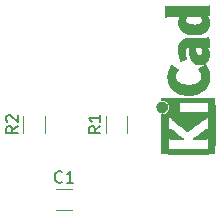
<source format=gbr>
%TF.GenerationSoftware,KiCad,Pcbnew,5.1.6+dfsg1-1~bpo10+1*%
%TF.CreationDate,Date%
%TF.ProjectId,test,74657374-2e6b-4696-9361-645f70636258,v1*%
%TF.SameCoordinates,Original*%
%TF.FileFunction,Legend,Top*%
%TF.FilePolarity,Positive*%
%FSLAX46Y46*%
G04 Gerber Fmt 4.6, Leading zero omitted, Abs format (unit mm)*
G04 Created by KiCad*
%MOMM*%
%LPD*%
G01*
G04 APERTURE LIST*
%ADD10C,0.120000*%
%ADD11C,0.010000*%
%ADD12C,0.150000*%
G04 APERTURE END LIST*
D10*
%TO.C,C1*%
X126288748Y-104500000D02*
X127711252Y-104500000D01*
X126288748Y-106320000D02*
X127711252Y-106320000D01*
%TO.C,R2*%
X123550000Y-99787064D02*
X123550000Y-98332936D01*
X125370000Y-99787064D02*
X125370000Y-98332936D01*
%TO.C,R1*%
X130535000Y-99787064D02*
X130535000Y-98332936D01*
X132355000Y-99787064D02*
X132355000Y-98332936D01*
D11*
%TO.C,LOGO1*%
G36*
X135284054Y-98196400D02*
G01*
X135397993Y-98185535D01*
X135505616Y-98153918D01*
X135604615Y-98103015D01*
X135692684Y-98034293D01*
X135767516Y-97949219D01*
X135825384Y-97852232D01*
X135865005Y-97745964D01*
X135883573Y-97638950D01*
X135882434Y-97533300D01*
X135862930Y-97431125D01*
X135826406Y-97334534D01*
X135774205Y-97245638D01*
X135707673Y-97166546D01*
X135628152Y-97099369D01*
X135536987Y-97046217D01*
X135435523Y-97009199D01*
X135325102Y-96990427D01*
X135275206Y-96988489D01*
X135187267Y-96988489D01*
X135187267Y-96936560D01*
X135190111Y-96900253D01*
X135201911Y-96873355D01*
X135225649Y-96846249D01*
X135264031Y-96807867D01*
X137455602Y-96807867D01*
X137717739Y-96807876D01*
X137958241Y-96807908D01*
X138178048Y-96807972D01*
X138378101Y-96808076D01*
X138559344Y-96808227D01*
X138722716Y-96808434D01*
X138869160Y-96808706D01*
X138999617Y-96809050D01*
X139115029Y-96809474D01*
X139216338Y-96809987D01*
X139304484Y-96810597D01*
X139380410Y-96811312D01*
X139445057Y-96812140D01*
X139499367Y-96813089D01*
X139544280Y-96814167D01*
X139580740Y-96815383D01*
X139609687Y-96816745D01*
X139632063Y-96818261D01*
X139648809Y-96819938D01*
X139660868Y-96821786D01*
X139669180Y-96823813D01*
X139674687Y-96826025D01*
X139676537Y-96827108D01*
X139683549Y-96831271D01*
X139689996Y-96834805D01*
X139695900Y-96838635D01*
X139701286Y-96843682D01*
X139706178Y-96850871D01*
X139710598Y-96861123D01*
X139714572Y-96875364D01*
X139718121Y-96894514D01*
X139721270Y-96919499D01*
X139724042Y-96951240D01*
X139726461Y-96990662D01*
X139728551Y-97038686D01*
X139730335Y-97096237D01*
X139731837Y-97164237D01*
X139733080Y-97243610D01*
X139734089Y-97335279D01*
X139734885Y-97440166D01*
X139735494Y-97559196D01*
X139735939Y-97693290D01*
X139736243Y-97843373D01*
X139736430Y-98010367D01*
X139736524Y-98195196D01*
X139736548Y-98398783D01*
X139736525Y-98622050D01*
X139736480Y-98865922D01*
X139736437Y-99131321D01*
X139736432Y-99169704D01*
X139736389Y-99436682D01*
X139736318Y-99682002D01*
X139736213Y-99906583D01*
X139736066Y-100111345D01*
X139735869Y-100297206D01*
X139735616Y-100465088D01*
X139735300Y-100615908D01*
X139734913Y-100750587D01*
X139734447Y-100870044D01*
X139733897Y-100975199D01*
X139733253Y-101066971D01*
X139732511Y-101146279D01*
X139731661Y-101214043D01*
X139730697Y-101271182D01*
X139729611Y-101318617D01*
X139728397Y-101357266D01*
X139727047Y-101388049D01*
X139725555Y-101411885D01*
X139723911Y-101429694D01*
X139722111Y-101442395D01*
X139720145Y-101450908D01*
X139718477Y-101455266D01*
X139714906Y-101463728D01*
X139712270Y-101471497D01*
X139709634Y-101478602D01*
X139706062Y-101485073D01*
X139700621Y-101490939D01*
X139692375Y-101496229D01*
X139680390Y-101500974D01*
X139663731Y-101505202D01*
X139641463Y-101508943D01*
X139612652Y-101512227D01*
X139576363Y-101515083D01*
X139531661Y-101517540D01*
X139477611Y-101519629D01*
X139413279Y-101521378D01*
X139337730Y-101522817D01*
X139250030Y-101523976D01*
X139149243Y-101524883D01*
X139034434Y-101525569D01*
X138904670Y-101526063D01*
X138759015Y-101526395D01*
X138596535Y-101526593D01*
X138416295Y-101526687D01*
X138217360Y-101526708D01*
X137998796Y-101526685D01*
X137759668Y-101526646D01*
X137499040Y-101526622D01*
X137456889Y-101526622D01*
X137193992Y-101526636D01*
X136952732Y-101526661D01*
X136732165Y-101526671D01*
X136531352Y-101526642D01*
X136349349Y-101526548D01*
X136185216Y-101526362D01*
X136038011Y-101526059D01*
X135906792Y-101525614D01*
X135796867Y-101525034D01*
X135796867Y-101222197D01*
X135854711Y-101182407D01*
X135870479Y-101171236D01*
X135884441Y-101161166D01*
X135897784Y-101152138D01*
X135911693Y-101144097D01*
X135927356Y-101136986D01*
X135945958Y-101130747D01*
X135968686Y-101125325D01*
X135996727Y-101120662D01*
X136031267Y-101116701D01*
X136073492Y-101113385D01*
X136124589Y-101110659D01*
X136185744Y-101108464D01*
X136258144Y-101106745D01*
X136342975Y-101105444D01*
X136441422Y-101104505D01*
X136554674Y-101103870D01*
X136683916Y-101103484D01*
X136830334Y-101103288D01*
X136995116Y-101103227D01*
X137179447Y-101103243D01*
X137384513Y-101103280D01*
X137507133Y-101103289D01*
X137724082Y-101103265D01*
X137919642Y-101103231D01*
X138094999Y-101103243D01*
X138251341Y-101103358D01*
X138389857Y-101103630D01*
X138511734Y-101104118D01*
X138618160Y-101104876D01*
X138710322Y-101105962D01*
X138789409Y-101107431D01*
X138856608Y-101109340D01*
X138913107Y-101111744D01*
X138960093Y-101114701D01*
X138998755Y-101118266D01*
X139030280Y-101122495D01*
X139055855Y-101127446D01*
X139076670Y-101133173D01*
X139093911Y-101139733D01*
X139108765Y-101147183D01*
X139122422Y-101155579D01*
X139136069Y-101164976D01*
X139150893Y-101175432D01*
X139159783Y-101181523D01*
X139217400Y-101220296D01*
X139217400Y-100688732D01*
X139217365Y-100565483D01*
X139217215Y-100462987D01*
X139216878Y-100379420D01*
X139216286Y-100312956D01*
X139215367Y-100261771D01*
X139214051Y-100224041D01*
X139212269Y-100197940D01*
X139209951Y-100181644D01*
X139207026Y-100173328D01*
X139203424Y-100171168D01*
X139199075Y-100173339D01*
X139197645Y-100174535D01*
X139160573Y-100199685D01*
X139107772Y-100225583D01*
X139045770Y-100249192D01*
X139019357Y-100257461D01*
X139001416Y-100262078D01*
X138980355Y-100265979D01*
X138954089Y-100269248D01*
X138920532Y-100271966D01*
X138877599Y-100274215D01*
X138823204Y-100276077D01*
X138755262Y-100277636D01*
X138671688Y-100278972D01*
X138570395Y-100280169D01*
X138449300Y-100281308D01*
X138404600Y-100281685D01*
X138279449Y-100282702D01*
X138175082Y-100283460D01*
X138089707Y-100283903D01*
X138021533Y-100283970D01*
X137968765Y-100283605D01*
X137929614Y-100282748D01*
X137902285Y-100281341D01*
X137884986Y-100279325D01*
X137875926Y-100276643D01*
X137873312Y-100273236D01*
X137875351Y-100269044D01*
X137879667Y-100264571D01*
X137892602Y-100254216D01*
X137921676Y-100232158D01*
X137964759Y-100199957D01*
X138019718Y-100159174D01*
X138084423Y-100111370D01*
X138156742Y-100058105D01*
X138234544Y-100000940D01*
X138315698Y-99941437D01*
X138398072Y-99881155D01*
X138479536Y-99821655D01*
X138557957Y-99764498D01*
X138631204Y-99711245D01*
X138697147Y-99663457D01*
X138753654Y-99622693D01*
X138798593Y-99590516D01*
X138829834Y-99568485D01*
X138836466Y-99563917D01*
X138873369Y-99540996D01*
X138921359Y-99514188D01*
X138970897Y-99488789D01*
X138977577Y-99485568D01*
X139025772Y-99463890D01*
X139063334Y-99451304D01*
X139099160Y-99445574D01*
X139141200Y-99444456D01*
X139217400Y-99445090D01*
X139217400Y-98290651D01*
X139123669Y-98381815D01*
X139073775Y-98428612D01*
X139017295Y-98478899D01*
X138963026Y-98524944D01*
X138937673Y-98545369D01*
X138898128Y-98575807D01*
X138844916Y-98615862D01*
X138779667Y-98664361D01*
X138704011Y-98720135D01*
X138619577Y-98782011D01*
X138527994Y-98848819D01*
X138430892Y-98919387D01*
X138329901Y-98992545D01*
X138226650Y-99067121D01*
X138122768Y-99141944D01*
X138019885Y-99215843D01*
X137919631Y-99287646D01*
X137823636Y-99356184D01*
X137733527Y-99420284D01*
X137650936Y-99478775D01*
X137577492Y-99530486D01*
X137514824Y-99574247D01*
X137464561Y-99608885D01*
X137428334Y-99633230D01*
X137407771Y-99646111D01*
X137403668Y-99647869D01*
X137392342Y-99639910D01*
X137365162Y-99619115D01*
X137323829Y-99586847D01*
X137270044Y-99544470D01*
X137205506Y-99493347D01*
X137131918Y-99434841D01*
X137050978Y-99370314D01*
X136964388Y-99301131D01*
X136873848Y-99228653D01*
X136781060Y-99154246D01*
X136706702Y-99094517D01*
X136706702Y-98083511D01*
X136719659Y-98077602D01*
X136741908Y-98063272D01*
X136743391Y-98062225D01*
X136773544Y-98043438D01*
X136810375Y-98023791D01*
X136818511Y-98019892D01*
X136826940Y-98016356D01*
X136837059Y-98013230D01*
X136850260Y-98010486D01*
X136867938Y-98008092D01*
X136891484Y-98006019D01*
X136922293Y-98004235D01*
X136961757Y-98002712D01*
X137011269Y-98001419D01*
X137072223Y-98000326D01*
X137146011Y-97999403D01*
X137234028Y-97998619D01*
X137337665Y-97997945D01*
X137458316Y-97997350D01*
X137597374Y-97996805D01*
X137756232Y-97996279D01*
X137935089Y-97995745D01*
X138120207Y-97995206D01*
X138284145Y-97994772D01*
X138428303Y-97994509D01*
X138554079Y-97994484D01*
X138662871Y-97994765D01*
X138756077Y-97995419D01*
X138835097Y-97996514D01*
X138901328Y-97998118D01*
X138956170Y-98000297D01*
X139001021Y-98003119D01*
X139037278Y-98006651D01*
X139066341Y-98010961D01*
X139089609Y-98016117D01*
X139108479Y-98022185D01*
X139124351Y-98029233D01*
X139138622Y-98037329D01*
X139152691Y-98046540D01*
X139165158Y-98055040D01*
X139191452Y-98072176D01*
X139209037Y-98082322D01*
X139212257Y-98083511D01*
X139213334Y-98072604D01*
X139214335Y-98041411D01*
X139215235Y-97992223D01*
X139216010Y-97927333D01*
X139216637Y-97849030D01*
X139217091Y-97759607D01*
X139217349Y-97661356D01*
X139217400Y-97592445D01*
X139217180Y-97487452D01*
X139216548Y-97390610D01*
X139215549Y-97304107D01*
X139214227Y-97230132D01*
X139212626Y-97170874D01*
X139210791Y-97128520D01*
X139208765Y-97105260D01*
X139207493Y-97101378D01*
X139192591Y-97109076D01*
X139184560Y-97117074D01*
X139167434Y-97130246D01*
X139137183Y-97147485D01*
X139112622Y-97159407D01*
X139053711Y-97186045D01*
X137876845Y-97189120D01*
X136699978Y-97192195D01*
X136699978Y-97637853D01*
X136700142Y-97735670D01*
X136700611Y-97826064D01*
X136701347Y-97906630D01*
X136702316Y-97974962D01*
X136703480Y-98028656D01*
X136704803Y-98065305D01*
X136706249Y-98082504D01*
X136706702Y-98083511D01*
X136706702Y-99094517D01*
X136687722Y-99079270D01*
X136595537Y-99005090D01*
X136506204Y-98933069D01*
X136421424Y-98864569D01*
X136342898Y-98800955D01*
X136272326Y-98743588D01*
X136211409Y-98693833D01*
X136161847Y-98653052D01*
X136141178Y-98635888D01*
X136040516Y-98549596D01*
X135957259Y-98472997D01*
X135889438Y-98404183D01*
X135835089Y-98341248D01*
X135827722Y-98331867D01*
X135797117Y-98292356D01*
X135796867Y-99424116D01*
X135844844Y-99418827D01*
X135902188Y-99422130D01*
X135970463Y-99443661D01*
X136050212Y-99483635D01*
X136122495Y-99528943D01*
X136145140Y-99545161D01*
X136182696Y-99573214D01*
X136233021Y-99611430D01*
X136293973Y-99658137D01*
X136363411Y-99711661D01*
X136439194Y-99770331D01*
X136519180Y-99832475D01*
X136601228Y-99896421D01*
X136683196Y-99960495D01*
X136762943Y-100023027D01*
X136838327Y-100082343D01*
X136907207Y-100136771D01*
X136967442Y-100184639D01*
X137016889Y-100224275D01*
X137053408Y-100254006D01*
X137074858Y-100272161D01*
X137078156Y-100275220D01*
X137070149Y-100278079D01*
X137039855Y-100280293D01*
X136987556Y-100281857D01*
X136913531Y-100282767D01*
X136818063Y-100283020D01*
X136701434Y-100282613D01*
X136581445Y-100281704D01*
X136449333Y-100280382D01*
X136337594Y-100278857D01*
X136244025Y-100276881D01*
X136166419Y-100274206D01*
X136102574Y-100270582D01*
X136050283Y-100265761D01*
X136007344Y-100259494D01*
X135971551Y-100251532D01*
X135940700Y-100241627D01*
X135912586Y-100229531D01*
X135885005Y-100214993D01*
X135859966Y-100200311D01*
X135796867Y-100162314D01*
X135796867Y-101222197D01*
X135796867Y-101525034D01*
X135790617Y-101525001D01*
X135688544Y-101524195D01*
X135599633Y-101523170D01*
X135522941Y-101521900D01*
X135457527Y-101520360D01*
X135402449Y-101518524D01*
X135356765Y-101516367D01*
X135319534Y-101513863D01*
X135289813Y-101510987D01*
X135266662Y-101507713D01*
X135249139Y-101504015D01*
X135236301Y-101499869D01*
X135227208Y-101495247D01*
X135220918Y-101490126D01*
X135216488Y-101484478D01*
X135212978Y-101478279D01*
X135209445Y-101471504D01*
X135205876Y-101465508D01*
X135203300Y-101460275D01*
X135200972Y-101452099D01*
X135198878Y-101439886D01*
X135197007Y-101422541D01*
X135195347Y-101398969D01*
X135193884Y-101368077D01*
X135192608Y-101328768D01*
X135191504Y-101279950D01*
X135190561Y-101220527D01*
X135189767Y-101149404D01*
X135189109Y-101065488D01*
X135188575Y-100967683D01*
X135188153Y-100854894D01*
X135187829Y-100726029D01*
X135187592Y-100579991D01*
X135187430Y-100415686D01*
X135187330Y-100232020D01*
X135187280Y-100027897D01*
X135187267Y-99816753D01*
X135187267Y-98196400D01*
X135284054Y-98196400D01*
G37*
X135284054Y-98196400D02*
X135397993Y-98185535D01*
X135505616Y-98153918D01*
X135604615Y-98103015D01*
X135692684Y-98034293D01*
X135767516Y-97949219D01*
X135825384Y-97852232D01*
X135865005Y-97745964D01*
X135883573Y-97638950D01*
X135882434Y-97533300D01*
X135862930Y-97431125D01*
X135826406Y-97334534D01*
X135774205Y-97245638D01*
X135707673Y-97166546D01*
X135628152Y-97099369D01*
X135536987Y-97046217D01*
X135435523Y-97009199D01*
X135325102Y-96990427D01*
X135275206Y-96988489D01*
X135187267Y-96988489D01*
X135187267Y-96936560D01*
X135190111Y-96900253D01*
X135201911Y-96873355D01*
X135225649Y-96846249D01*
X135264031Y-96807867D01*
X137455602Y-96807867D01*
X137717739Y-96807876D01*
X137958241Y-96807908D01*
X138178048Y-96807972D01*
X138378101Y-96808076D01*
X138559344Y-96808227D01*
X138722716Y-96808434D01*
X138869160Y-96808706D01*
X138999617Y-96809050D01*
X139115029Y-96809474D01*
X139216338Y-96809987D01*
X139304484Y-96810597D01*
X139380410Y-96811312D01*
X139445057Y-96812140D01*
X139499367Y-96813089D01*
X139544280Y-96814167D01*
X139580740Y-96815383D01*
X139609687Y-96816745D01*
X139632063Y-96818261D01*
X139648809Y-96819938D01*
X139660868Y-96821786D01*
X139669180Y-96823813D01*
X139674687Y-96826025D01*
X139676537Y-96827108D01*
X139683549Y-96831271D01*
X139689996Y-96834805D01*
X139695900Y-96838635D01*
X139701286Y-96843682D01*
X139706178Y-96850871D01*
X139710598Y-96861123D01*
X139714572Y-96875364D01*
X139718121Y-96894514D01*
X139721270Y-96919499D01*
X139724042Y-96951240D01*
X139726461Y-96990662D01*
X139728551Y-97038686D01*
X139730335Y-97096237D01*
X139731837Y-97164237D01*
X139733080Y-97243610D01*
X139734089Y-97335279D01*
X139734885Y-97440166D01*
X139735494Y-97559196D01*
X139735939Y-97693290D01*
X139736243Y-97843373D01*
X139736430Y-98010367D01*
X139736524Y-98195196D01*
X139736548Y-98398783D01*
X139736525Y-98622050D01*
X139736480Y-98865922D01*
X139736437Y-99131321D01*
X139736432Y-99169704D01*
X139736389Y-99436682D01*
X139736318Y-99682002D01*
X139736213Y-99906583D01*
X139736066Y-100111345D01*
X139735869Y-100297206D01*
X139735616Y-100465088D01*
X139735300Y-100615908D01*
X139734913Y-100750587D01*
X139734447Y-100870044D01*
X139733897Y-100975199D01*
X139733253Y-101066971D01*
X139732511Y-101146279D01*
X139731661Y-101214043D01*
X139730697Y-101271182D01*
X139729611Y-101318617D01*
X139728397Y-101357266D01*
X139727047Y-101388049D01*
X139725555Y-101411885D01*
X139723911Y-101429694D01*
X139722111Y-101442395D01*
X139720145Y-101450908D01*
X139718477Y-101455266D01*
X139714906Y-101463728D01*
X139712270Y-101471497D01*
X139709634Y-101478602D01*
X139706062Y-101485073D01*
X139700621Y-101490939D01*
X139692375Y-101496229D01*
X139680390Y-101500974D01*
X139663731Y-101505202D01*
X139641463Y-101508943D01*
X139612652Y-101512227D01*
X139576363Y-101515083D01*
X139531661Y-101517540D01*
X139477611Y-101519629D01*
X139413279Y-101521378D01*
X139337730Y-101522817D01*
X139250030Y-101523976D01*
X139149243Y-101524883D01*
X139034434Y-101525569D01*
X138904670Y-101526063D01*
X138759015Y-101526395D01*
X138596535Y-101526593D01*
X138416295Y-101526687D01*
X138217360Y-101526708D01*
X137998796Y-101526685D01*
X137759668Y-101526646D01*
X137499040Y-101526622D01*
X137456889Y-101526622D01*
X137193992Y-101526636D01*
X136952732Y-101526661D01*
X136732165Y-101526671D01*
X136531352Y-101526642D01*
X136349349Y-101526548D01*
X136185216Y-101526362D01*
X136038011Y-101526059D01*
X135906792Y-101525614D01*
X135796867Y-101525034D01*
X135796867Y-101222197D01*
X135854711Y-101182407D01*
X135870479Y-101171236D01*
X135884441Y-101161166D01*
X135897784Y-101152138D01*
X135911693Y-101144097D01*
X135927356Y-101136986D01*
X135945958Y-101130747D01*
X135968686Y-101125325D01*
X135996727Y-101120662D01*
X136031267Y-101116701D01*
X136073492Y-101113385D01*
X136124589Y-101110659D01*
X136185744Y-101108464D01*
X136258144Y-101106745D01*
X136342975Y-101105444D01*
X136441422Y-101104505D01*
X136554674Y-101103870D01*
X136683916Y-101103484D01*
X136830334Y-101103288D01*
X136995116Y-101103227D01*
X137179447Y-101103243D01*
X137384513Y-101103280D01*
X137507133Y-101103289D01*
X137724082Y-101103265D01*
X137919642Y-101103231D01*
X138094999Y-101103243D01*
X138251341Y-101103358D01*
X138389857Y-101103630D01*
X138511734Y-101104118D01*
X138618160Y-101104876D01*
X138710322Y-101105962D01*
X138789409Y-101107431D01*
X138856608Y-101109340D01*
X138913107Y-101111744D01*
X138960093Y-101114701D01*
X138998755Y-101118266D01*
X139030280Y-101122495D01*
X139055855Y-101127446D01*
X139076670Y-101133173D01*
X139093911Y-101139733D01*
X139108765Y-101147183D01*
X139122422Y-101155579D01*
X139136069Y-101164976D01*
X139150893Y-101175432D01*
X139159783Y-101181523D01*
X139217400Y-101220296D01*
X139217400Y-100688732D01*
X139217365Y-100565483D01*
X139217215Y-100462987D01*
X139216878Y-100379420D01*
X139216286Y-100312956D01*
X139215367Y-100261771D01*
X139214051Y-100224041D01*
X139212269Y-100197940D01*
X139209951Y-100181644D01*
X139207026Y-100173328D01*
X139203424Y-100171168D01*
X139199075Y-100173339D01*
X139197645Y-100174535D01*
X139160573Y-100199685D01*
X139107772Y-100225583D01*
X139045770Y-100249192D01*
X139019357Y-100257461D01*
X139001416Y-100262078D01*
X138980355Y-100265979D01*
X138954089Y-100269248D01*
X138920532Y-100271966D01*
X138877599Y-100274215D01*
X138823204Y-100276077D01*
X138755262Y-100277636D01*
X138671688Y-100278972D01*
X138570395Y-100280169D01*
X138449300Y-100281308D01*
X138404600Y-100281685D01*
X138279449Y-100282702D01*
X138175082Y-100283460D01*
X138089707Y-100283903D01*
X138021533Y-100283970D01*
X137968765Y-100283605D01*
X137929614Y-100282748D01*
X137902285Y-100281341D01*
X137884986Y-100279325D01*
X137875926Y-100276643D01*
X137873312Y-100273236D01*
X137875351Y-100269044D01*
X137879667Y-100264571D01*
X137892602Y-100254216D01*
X137921676Y-100232158D01*
X137964759Y-100199957D01*
X138019718Y-100159174D01*
X138084423Y-100111370D01*
X138156742Y-100058105D01*
X138234544Y-100000940D01*
X138315698Y-99941437D01*
X138398072Y-99881155D01*
X138479536Y-99821655D01*
X138557957Y-99764498D01*
X138631204Y-99711245D01*
X138697147Y-99663457D01*
X138753654Y-99622693D01*
X138798593Y-99590516D01*
X138829834Y-99568485D01*
X138836466Y-99563917D01*
X138873369Y-99540996D01*
X138921359Y-99514188D01*
X138970897Y-99488789D01*
X138977577Y-99485568D01*
X139025772Y-99463890D01*
X139063334Y-99451304D01*
X139099160Y-99445574D01*
X139141200Y-99444456D01*
X139217400Y-99445090D01*
X139217400Y-98290651D01*
X139123669Y-98381815D01*
X139073775Y-98428612D01*
X139017295Y-98478899D01*
X138963026Y-98524944D01*
X138937673Y-98545369D01*
X138898128Y-98575807D01*
X138844916Y-98615862D01*
X138779667Y-98664361D01*
X138704011Y-98720135D01*
X138619577Y-98782011D01*
X138527994Y-98848819D01*
X138430892Y-98919387D01*
X138329901Y-98992545D01*
X138226650Y-99067121D01*
X138122768Y-99141944D01*
X138019885Y-99215843D01*
X137919631Y-99287646D01*
X137823636Y-99356184D01*
X137733527Y-99420284D01*
X137650936Y-99478775D01*
X137577492Y-99530486D01*
X137514824Y-99574247D01*
X137464561Y-99608885D01*
X137428334Y-99633230D01*
X137407771Y-99646111D01*
X137403668Y-99647869D01*
X137392342Y-99639910D01*
X137365162Y-99619115D01*
X137323829Y-99586847D01*
X137270044Y-99544470D01*
X137205506Y-99493347D01*
X137131918Y-99434841D01*
X137050978Y-99370314D01*
X136964388Y-99301131D01*
X136873848Y-99228653D01*
X136781060Y-99154246D01*
X136706702Y-99094517D01*
X136706702Y-98083511D01*
X136719659Y-98077602D01*
X136741908Y-98063272D01*
X136743391Y-98062225D01*
X136773544Y-98043438D01*
X136810375Y-98023791D01*
X136818511Y-98019892D01*
X136826940Y-98016356D01*
X136837059Y-98013230D01*
X136850260Y-98010486D01*
X136867938Y-98008092D01*
X136891484Y-98006019D01*
X136922293Y-98004235D01*
X136961757Y-98002712D01*
X137011269Y-98001419D01*
X137072223Y-98000326D01*
X137146011Y-97999403D01*
X137234028Y-97998619D01*
X137337665Y-97997945D01*
X137458316Y-97997350D01*
X137597374Y-97996805D01*
X137756232Y-97996279D01*
X137935089Y-97995745D01*
X138120207Y-97995206D01*
X138284145Y-97994772D01*
X138428303Y-97994509D01*
X138554079Y-97994484D01*
X138662871Y-97994765D01*
X138756077Y-97995419D01*
X138835097Y-97996514D01*
X138901328Y-97998118D01*
X138956170Y-98000297D01*
X139001021Y-98003119D01*
X139037278Y-98006651D01*
X139066341Y-98010961D01*
X139089609Y-98016117D01*
X139108479Y-98022185D01*
X139124351Y-98029233D01*
X139138622Y-98037329D01*
X139152691Y-98046540D01*
X139165158Y-98055040D01*
X139191452Y-98072176D01*
X139209037Y-98082322D01*
X139212257Y-98083511D01*
X139213334Y-98072604D01*
X139214335Y-98041411D01*
X139215235Y-97992223D01*
X139216010Y-97927333D01*
X139216637Y-97849030D01*
X139217091Y-97759607D01*
X139217349Y-97661356D01*
X139217400Y-97592445D01*
X139217180Y-97487452D01*
X139216548Y-97390610D01*
X139215549Y-97304107D01*
X139214227Y-97230132D01*
X139212626Y-97170874D01*
X139210791Y-97128520D01*
X139208765Y-97105260D01*
X139207493Y-97101378D01*
X139192591Y-97109076D01*
X139184560Y-97117074D01*
X139167434Y-97130246D01*
X139137183Y-97147485D01*
X139112622Y-97159407D01*
X139053711Y-97186045D01*
X137876845Y-97189120D01*
X136699978Y-97192195D01*
X136699978Y-97637853D01*
X136700142Y-97735670D01*
X136700611Y-97826064D01*
X136701347Y-97906630D01*
X136702316Y-97974962D01*
X136703480Y-98028656D01*
X136704803Y-98065305D01*
X136706249Y-98082504D01*
X136706702Y-98083511D01*
X136706702Y-99094517D01*
X136687722Y-99079270D01*
X136595537Y-99005090D01*
X136506204Y-98933069D01*
X136421424Y-98864569D01*
X136342898Y-98800955D01*
X136272326Y-98743588D01*
X136211409Y-98693833D01*
X136161847Y-98653052D01*
X136141178Y-98635888D01*
X136040516Y-98549596D01*
X135957259Y-98472997D01*
X135889438Y-98404183D01*
X135835089Y-98341248D01*
X135827722Y-98331867D01*
X135797117Y-98292356D01*
X135796867Y-99424116D01*
X135844844Y-99418827D01*
X135902188Y-99422130D01*
X135970463Y-99443661D01*
X136050212Y-99483635D01*
X136122495Y-99528943D01*
X136145140Y-99545161D01*
X136182696Y-99573214D01*
X136233021Y-99611430D01*
X136293973Y-99658137D01*
X136363411Y-99711661D01*
X136439194Y-99770331D01*
X136519180Y-99832475D01*
X136601228Y-99896421D01*
X136683196Y-99960495D01*
X136762943Y-100023027D01*
X136838327Y-100082343D01*
X136907207Y-100136771D01*
X136967442Y-100184639D01*
X137016889Y-100224275D01*
X137053408Y-100254006D01*
X137074858Y-100272161D01*
X137078156Y-100275220D01*
X137070149Y-100278079D01*
X137039855Y-100280293D01*
X136987556Y-100281857D01*
X136913531Y-100282767D01*
X136818063Y-100283020D01*
X136701434Y-100282613D01*
X136581445Y-100281704D01*
X136449333Y-100280382D01*
X136337594Y-100278857D01*
X136244025Y-100276881D01*
X136166419Y-100274206D01*
X136102574Y-100270582D01*
X136050283Y-100265761D01*
X136007344Y-100259494D01*
X135971551Y-100251532D01*
X135940700Y-100241627D01*
X135912586Y-100229531D01*
X135885005Y-100214993D01*
X135859966Y-100200311D01*
X135796867Y-100162314D01*
X135796867Y-101222197D01*
X135796867Y-101525034D01*
X135790617Y-101525001D01*
X135688544Y-101524195D01*
X135599633Y-101523170D01*
X135522941Y-101521900D01*
X135457527Y-101520360D01*
X135402449Y-101518524D01*
X135356765Y-101516367D01*
X135319534Y-101513863D01*
X135289813Y-101510987D01*
X135266662Y-101507713D01*
X135249139Y-101504015D01*
X135236301Y-101499869D01*
X135227208Y-101495247D01*
X135220918Y-101490126D01*
X135216488Y-101484478D01*
X135212978Y-101478279D01*
X135209445Y-101471504D01*
X135205876Y-101465508D01*
X135203300Y-101460275D01*
X135200972Y-101452099D01*
X135198878Y-101439886D01*
X135197007Y-101422541D01*
X135195347Y-101398969D01*
X135193884Y-101368077D01*
X135192608Y-101328768D01*
X135191504Y-101279950D01*
X135190561Y-101220527D01*
X135189767Y-101149404D01*
X135189109Y-101065488D01*
X135188575Y-100967683D01*
X135188153Y-100854894D01*
X135187829Y-100726029D01*
X135187592Y-100579991D01*
X135187430Y-100415686D01*
X135187330Y-100232020D01*
X135187280Y-100027897D01*
X135187267Y-99816753D01*
X135187267Y-98196400D01*
X135284054Y-98196400D01*
G36*
X135744071Y-94921571D02*
G01*
X135765245Y-94761430D01*
X135805385Y-94597490D01*
X135864889Y-94427687D01*
X135944154Y-94249957D01*
X135949699Y-94238690D01*
X135977725Y-94180995D01*
X136001802Y-94129448D01*
X136020249Y-94087809D01*
X136031386Y-94059838D01*
X136033933Y-94050267D01*
X136038941Y-94031050D01*
X136043147Y-94026439D01*
X136053580Y-94031542D01*
X136079868Y-94047582D01*
X136119257Y-94072712D01*
X136168991Y-94105086D01*
X136226315Y-94142857D01*
X136288476Y-94184178D01*
X136352718Y-94227202D01*
X136416285Y-94270083D01*
X136476425Y-94310974D01*
X136530380Y-94348029D01*
X136575397Y-94379400D01*
X136608721Y-94403241D01*
X136627597Y-94417706D01*
X136629787Y-94419691D01*
X136625138Y-94429809D01*
X136607962Y-94452150D01*
X136581440Y-94482720D01*
X136566964Y-94498464D01*
X136491682Y-94594953D01*
X136436241Y-94701664D01*
X136401141Y-94817168D01*
X136386880Y-94940038D01*
X136388051Y-95009439D01*
X136405212Y-95130577D01*
X136441094Y-95239795D01*
X136495959Y-95337418D01*
X136570070Y-95423772D01*
X136663688Y-95499185D01*
X136777076Y-95563982D01*
X136863667Y-95601399D01*
X136999366Y-95645252D01*
X137146850Y-95677572D01*
X137302314Y-95698443D01*
X137461956Y-95707949D01*
X137621973Y-95706173D01*
X137778561Y-95693197D01*
X137927918Y-95669106D01*
X138066240Y-95633982D01*
X138189724Y-95587908D01*
X138223978Y-95571627D01*
X138338064Y-95503380D01*
X138434557Y-95422921D01*
X138512670Y-95331430D01*
X138571617Y-95230089D01*
X138610612Y-95120080D01*
X138628868Y-95002585D01*
X138630211Y-94961117D01*
X138619290Y-94839559D01*
X138586474Y-94719122D01*
X138532439Y-94601334D01*
X138457865Y-94487723D01*
X138379539Y-94396315D01*
X138335008Y-94349785D01*
X138632271Y-94168517D01*
X138706433Y-94123420D01*
X138774646Y-94082181D01*
X138834459Y-94046265D01*
X138883420Y-94017134D01*
X138919079Y-93996250D01*
X138938984Y-93985076D01*
X138942079Y-93983625D01*
X138951718Y-93991854D01*
X138968999Y-94017433D01*
X138992283Y-94057127D01*
X139019934Y-94107703D01*
X139050315Y-94165926D01*
X139081790Y-94228563D01*
X139112722Y-94292379D01*
X139141473Y-94354140D01*
X139166408Y-94410612D01*
X139185889Y-94458562D01*
X139194318Y-94482014D01*
X139232133Y-94615779D01*
X139257136Y-94753673D01*
X139270140Y-94901378D01*
X139272468Y-95028167D01*
X139271373Y-95096122D01*
X139269275Y-95161723D01*
X139266434Y-95219153D01*
X139263106Y-95262597D01*
X139261422Y-95276702D01*
X139232587Y-95415716D01*
X139187468Y-95557243D01*
X139128750Y-95694725D01*
X139059120Y-95821606D01*
X139006441Y-95899111D01*
X138898239Y-96026519D01*
X138771671Y-96144822D01*
X138629866Y-96251828D01*
X138475951Y-96345348D01*
X138313053Y-96423190D01*
X138195756Y-96467044D01*
X138012128Y-96517292D01*
X137817581Y-96550791D01*
X137616325Y-96567551D01*
X137412568Y-96567584D01*
X137210521Y-96550899D01*
X137014392Y-96517507D01*
X136828391Y-96467420D01*
X136816803Y-96463603D01*
X136654750Y-96400719D01*
X136506832Y-96323972D01*
X136368865Y-96230758D01*
X136236661Y-96118473D01*
X136191399Y-96074608D01*
X136067457Y-95938466D01*
X135964915Y-95798509D01*
X135882656Y-95652589D01*
X135819564Y-95498558D01*
X135774523Y-95334268D01*
X135757033Y-95238711D01*
X135741466Y-95079977D01*
X135744071Y-94921571D01*
G37*
X135744071Y-94921571D02*
X135765245Y-94761430D01*
X135805385Y-94597490D01*
X135864889Y-94427687D01*
X135944154Y-94249957D01*
X135949699Y-94238690D01*
X135977725Y-94180995D01*
X136001802Y-94129448D01*
X136020249Y-94087809D01*
X136031386Y-94059838D01*
X136033933Y-94050267D01*
X136038941Y-94031050D01*
X136043147Y-94026439D01*
X136053580Y-94031542D01*
X136079868Y-94047582D01*
X136119257Y-94072712D01*
X136168991Y-94105086D01*
X136226315Y-94142857D01*
X136288476Y-94184178D01*
X136352718Y-94227202D01*
X136416285Y-94270083D01*
X136476425Y-94310974D01*
X136530380Y-94348029D01*
X136575397Y-94379400D01*
X136608721Y-94403241D01*
X136627597Y-94417706D01*
X136629787Y-94419691D01*
X136625138Y-94429809D01*
X136607962Y-94452150D01*
X136581440Y-94482720D01*
X136566964Y-94498464D01*
X136491682Y-94594953D01*
X136436241Y-94701664D01*
X136401141Y-94817168D01*
X136386880Y-94940038D01*
X136388051Y-95009439D01*
X136405212Y-95130577D01*
X136441094Y-95239795D01*
X136495959Y-95337418D01*
X136570070Y-95423772D01*
X136663688Y-95499185D01*
X136777076Y-95563982D01*
X136863667Y-95601399D01*
X136999366Y-95645252D01*
X137146850Y-95677572D01*
X137302314Y-95698443D01*
X137461956Y-95707949D01*
X137621973Y-95706173D01*
X137778561Y-95693197D01*
X137927918Y-95669106D01*
X138066240Y-95633982D01*
X138189724Y-95587908D01*
X138223978Y-95571627D01*
X138338064Y-95503380D01*
X138434557Y-95422921D01*
X138512670Y-95331430D01*
X138571617Y-95230089D01*
X138610612Y-95120080D01*
X138628868Y-95002585D01*
X138630211Y-94961117D01*
X138619290Y-94839559D01*
X138586474Y-94719122D01*
X138532439Y-94601334D01*
X138457865Y-94487723D01*
X138379539Y-94396315D01*
X138335008Y-94349785D01*
X138632271Y-94168517D01*
X138706433Y-94123420D01*
X138774646Y-94082181D01*
X138834459Y-94046265D01*
X138883420Y-94017134D01*
X138919079Y-93996250D01*
X138938984Y-93985076D01*
X138942079Y-93983625D01*
X138951718Y-93991854D01*
X138968999Y-94017433D01*
X138992283Y-94057127D01*
X139019934Y-94107703D01*
X139050315Y-94165926D01*
X139081790Y-94228563D01*
X139112722Y-94292379D01*
X139141473Y-94354140D01*
X139166408Y-94410612D01*
X139185889Y-94458562D01*
X139194318Y-94482014D01*
X139232133Y-94615779D01*
X139257136Y-94753673D01*
X139270140Y-94901378D01*
X139272468Y-95028167D01*
X139271373Y-95096122D01*
X139269275Y-95161723D01*
X139266434Y-95219153D01*
X139263106Y-95262597D01*
X139261422Y-95276702D01*
X139232587Y-95415716D01*
X139187468Y-95557243D01*
X139128750Y-95694725D01*
X139059120Y-95821606D01*
X139006441Y-95899111D01*
X138898239Y-96026519D01*
X138771671Y-96144822D01*
X138629866Y-96251828D01*
X138475951Y-96345348D01*
X138313053Y-96423190D01*
X138195756Y-96467044D01*
X138012128Y-96517292D01*
X137817581Y-96550791D01*
X137616325Y-96567551D01*
X137412568Y-96567584D01*
X137210521Y-96550899D01*
X137014392Y-96517507D01*
X136828391Y-96467420D01*
X136816803Y-96463603D01*
X136654750Y-96400719D01*
X136506832Y-96323972D01*
X136368865Y-96230758D01*
X136236661Y-96118473D01*
X136191399Y-96074608D01*
X136067457Y-95938466D01*
X135964915Y-95798509D01*
X135882656Y-95652589D01*
X135819564Y-95498558D01*
X135774523Y-95334268D01*
X135757033Y-95238711D01*
X135741466Y-95079977D01*
X135744071Y-94921571D01*
G36*
X136661552Y-92576426D02*
G01*
X136681567Y-92424508D01*
X136715202Y-92289244D01*
X136762725Y-92169761D01*
X136824405Y-92065185D01*
X136887965Y-91987576D01*
X136962099Y-91918735D01*
X137041871Y-91864994D01*
X137134091Y-91822090D01*
X137177161Y-91806616D01*
X137216142Y-91793756D01*
X137252289Y-91782554D01*
X137287434Y-91772880D01*
X137323410Y-91764604D01*
X137362050Y-91757597D01*
X137405185Y-91751728D01*
X137454649Y-91746869D01*
X137512273Y-91742890D01*
X137579891Y-91739660D01*
X137659334Y-91737051D01*
X137752436Y-91734933D01*
X137861027Y-91733176D01*
X137986942Y-91731651D01*
X138132012Y-91730228D01*
X138274778Y-91728975D01*
X138430968Y-91727649D01*
X138566239Y-91726444D01*
X138682246Y-91725234D01*
X138780645Y-91723894D01*
X138863093Y-91722300D01*
X138931246Y-91720325D01*
X138986760Y-91717844D01*
X139031292Y-91714731D01*
X139066498Y-91710862D01*
X139094034Y-91706111D01*
X139115556Y-91700352D01*
X139132722Y-91693461D01*
X139147186Y-91685311D01*
X139160606Y-91675777D01*
X139174638Y-91664734D01*
X139180071Y-91660434D01*
X139202910Y-91644614D01*
X139218463Y-91637578D01*
X139218922Y-91637556D01*
X139221121Y-91648433D01*
X139223147Y-91679418D01*
X139224942Y-91728043D01*
X139226451Y-91791837D01*
X139227616Y-91868331D01*
X139228380Y-91955056D01*
X139228686Y-92049543D01*
X139228689Y-92060450D01*
X139228689Y-92483343D01*
X139132622Y-92486605D01*
X139036556Y-92489867D01*
X139087543Y-92551956D01*
X139155057Y-92649286D01*
X139209749Y-92759187D01*
X139239978Y-92845651D01*
X139254666Y-92914722D01*
X139264659Y-92998075D01*
X139269646Y-93087841D01*
X139269313Y-93176155D01*
X139263351Y-93255149D01*
X139257638Y-93291378D01*
X139219776Y-93431397D01*
X139164932Y-93557822D01*
X139093924Y-93669740D01*
X139007568Y-93766238D01*
X138906679Y-93846400D01*
X138792076Y-93909313D01*
X138665984Y-93953688D01*
X138609401Y-93966022D01*
X138547202Y-93973632D01*
X138472363Y-93977261D01*
X138438467Y-93977755D01*
X138435282Y-93977690D01*
X138435282Y-93217752D01*
X138510333Y-93208459D01*
X138574160Y-93180272D01*
X138629798Y-93131803D01*
X138634211Y-93126746D01*
X138669037Y-93078452D01*
X138691620Y-93026743D01*
X138703540Y-92966011D01*
X138706383Y-92890648D01*
X138705978Y-92872541D01*
X138703325Y-92818722D01*
X138697909Y-92778692D01*
X138687745Y-92743676D01*
X138670850Y-92704897D01*
X138665672Y-92694255D01*
X138629844Y-92633604D01*
X138587212Y-92586785D01*
X138571973Y-92574048D01*
X138515462Y-92529378D01*
X138319586Y-92529378D01*
X138240939Y-92529914D01*
X138182988Y-92531604D01*
X138143875Y-92534572D01*
X138121741Y-92538943D01*
X138115274Y-92543028D01*
X138112111Y-92558953D01*
X138109488Y-92592736D01*
X138107655Y-92639660D01*
X138106857Y-92695007D01*
X138106842Y-92703894D01*
X138112096Y-92824670D01*
X138128263Y-92927340D01*
X138155961Y-93013894D01*
X138195808Y-93086319D01*
X138242758Y-93141249D01*
X138300645Y-93185796D01*
X138363693Y-93210520D01*
X138435282Y-93217752D01*
X138435282Y-93977690D01*
X138344712Y-93975822D01*
X138265812Y-93967478D01*
X138194590Y-93951232D01*
X138123864Y-93925595D01*
X138071493Y-93901599D01*
X137976196Y-93842980D01*
X137888170Y-93764883D01*
X137809017Y-93669685D01*
X137740340Y-93559762D01*
X137683741Y-93437490D01*
X137640821Y-93305245D01*
X137625882Y-93240578D01*
X137603777Y-93104396D01*
X137589194Y-92955951D01*
X137582813Y-92804495D01*
X137584445Y-92677936D01*
X137591224Y-92516050D01*
X137532245Y-92523470D01*
X137433092Y-92542762D01*
X137352372Y-92573896D01*
X137289466Y-92617731D01*
X137243756Y-92675129D01*
X137214622Y-92746952D01*
X137201447Y-92834059D01*
X137203611Y-92937314D01*
X137207612Y-92975289D01*
X137232780Y-93116480D01*
X137273814Y-93253293D01*
X137311815Y-93347822D01*
X137331190Y-93392982D01*
X137346760Y-93431415D01*
X137356405Y-93457766D01*
X137358452Y-93465454D01*
X137349374Y-93475198D01*
X137320405Y-93491917D01*
X137271217Y-93515768D01*
X137201484Y-93546907D01*
X137110879Y-93585493D01*
X137095089Y-93592090D01*
X137022772Y-93622147D01*
X136957425Y-93649126D01*
X136901906Y-93671864D01*
X136859072Y-93689194D01*
X136831781Y-93699952D01*
X136822942Y-93703059D01*
X136818187Y-93693060D01*
X136812910Y-93666783D01*
X136809231Y-93638511D01*
X136804474Y-93608354D01*
X136795028Y-93560567D01*
X136781820Y-93499388D01*
X136765776Y-93429054D01*
X136747820Y-93353806D01*
X136740797Y-93325245D01*
X136715209Y-93220184D01*
X136695147Y-93132520D01*
X136679969Y-93057932D01*
X136669035Y-92992097D01*
X136661704Y-92930693D01*
X136657335Y-92869398D01*
X136655287Y-92803890D01*
X136654889Y-92745872D01*
X136661552Y-92576426D01*
G37*
X136661552Y-92576426D02*
X136681567Y-92424508D01*
X136715202Y-92289244D01*
X136762725Y-92169761D01*
X136824405Y-92065185D01*
X136887965Y-91987576D01*
X136962099Y-91918735D01*
X137041871Y-91864994D01*
X137134091Y-91822090D01*
X137177161Y-91806616D01*
X137216142Y-91793756D01*
X137252289Y-91782554D01*
X137287434Y-91772880D01*
X137323410Y-91764604D01*
X137362050Y-91757597D01*
X137405185Y-91751728D01*
X137454649Y-91746869D01*
X137512273Y-91742890D01*
X137579891Y-91739660D01*
X137659334Y-91737051D01*
X137752436Y-91734933D01*
X137861027Y-91733176D01*
X137986942Y-91731651D01*
X138132012Y-91730228D01*
X138274778Y-91728975D01*
X138430968Y-91727649D01*
X138566239Y-91726444D01*
X138682246Y-91725234D01*
X138780645Y-91723894D01*
X138863093Y-91722300D01*
X138931246Y-91720325D01*
X138986760Y-91717844D01*
X139031292Y-91714731D01*
X139066498Y-91710862D01*
X139094034Y-91706111D01*
X139115556Y-91700352D01*
X139132722Y-91693461D01*
X139147186Y-91685311D01*
X139160606Y-91675777D01*
X139174638Y-91664734D01*
X139180071Y-91660434D01*
X139202910Y-91644614D01*
X139218463Y-91637578D01*
X139218922Y-91637556D01*
X139221121Y-91648433D01*
X139223147Y-91679418D01*
X139224942Y-91728043D01*
X139226451Y-91791837D01*
X139227616Y-91868331D01*
X139228380Y-91955056D01*
X139228686Y-92049543D01*
X139228689Y-92060450D01*
X139228689Y-92483343D01*
X139132622Y-92486605D01*
X139036556Y-92489867D01*
X139087543Y-92551956D01*
X139155057Y-92649286D01*
X139209749Y-92759187D01*
X139239978Y-92845651D01*
X139254666Y-92914722D01*
X139264659Y-92998075D01*
X139269646Y-93087841D01*
X139269313Y-93176155D01*
X139263351Y-93255149D01*
X139257638Y-93291378D01*
X139219776Y-93431397D01*
X139164932Y-93557822D01*
X139093924Y-93669740D01*
X139007568Y-93766238D01*
X138906679Y-93846400D01*
X138792076Y-93909313D01*
X138665984Y-93953688D01*
X138609401Y-93966022D01*
X138547202Y-93973632D01*
X138472363Y-93977261D01*
X138438467Y-93977755D01*
X138435282Y-93977690D01*
X138435282Y-93217752D01*
X138510333Y-93208459D01*
X138574160Y-93180272D01*
X138629798Y-93131803D01*
X138634211Y-93126746D01*
X138669037Y-93078452D01*
X138691620Y-93026743D01*
X138703540Y-92966011D01*
X138706383Y-92890648D01*
X138705978Y-92872541D01*
X138703325Y-92818722D01*
X138697909Y-92778692D01*
X138687745Y-92743676D01*
X138670850Y-92704897D01*
X138665672Y-92694255D01*
X138629844Y-92633604D01*
X138587212Y-92586785D01*
X138571973Y-92574048D01*
X138515462Y-92529378D01*
X138319586Y-92529378D01*
X138240939Y-92529914D01*
X138182988Y-92531604D01*
X138143875Y-92534572D01*
X138121741Y-92538943D01*
X138115274Y-92543028D01*
X138112111Y-92558953D01*
X138109488Y-92592736D01*
X138107655Y-92639660D01*
X138106857Y-92695007D01*
X138106842Y-92703894D01*
X138112096Y-92824670D01*
X138128263Y-92927340D01*
X138155961Y-93013894D01*
X138195808Y-93086319D01*
X138242758Y-93141249D01*
X138300645Y-93185796D01*
X138363693Y-93210520D01*
X138435282Y-93217752D01*
X138435282Y-93977690D01*
X138344712Y-93975822D01*
X138265812Y-93967478D01*
X138194590Y-93951232D01*
X138123864Y-93925595D01*
X138071493Y-93901599D01*
X137976196Y-93842980D01*
X137888170Y-93764883D01*
X137809017Y-93669685D01*
X137740340Y-93559762D01*
X137683741Y-93437490D01*
X137640821Y-93305245D01*
X137625882Y-93240578D01*
X137603777Y-93104396D01*
X137589194Y-92955951D01*
X137582813Y-92804495D01*
X137584445Y-92677936D01*
X137591224Y-92516050D01*
X137532245Y-92523470D01*
X137433092Y-92542762D01*
X137352372Y-92573896D01*
X137289466Y-92617731D01*
X137243756Y-92675129D01*
X137214622Y-92746952D01*
X137201447Y-92834059D01*
X137203611Y-92937314D01*
X137207612Y-92975289D01*
X137232780Y-93116480D01*
X137273814Y-93253293D01*
X137311815Y-93347822D01*
X137331190Y-93392982D01*
X137346760Y-93431415D01*
X137356405Y-93457766D01*
X137358452Y-93465454D01*
X137349374Y-93475198D01*
X137320405Y-93491917D01*
X137271217Y-93515768D01*
X137201484Y-93546907D01*
X137110879Y-93585493D01*
X137095089Y-93592090D01*
X137022772Y-93622147D01*
X136957425Y-93649126D01*
X136901906Y-93671864D01*
X136859072Y-93689194D01*
X136831781Y-93699952D01*
X136822942Y-93703059D01*
X136818187Y-93693060D01*
X136812910Y-93666783D01*
X136809231Y-93638511D01*
X136804474Y-93608354D01*
X136795028Y-93560567D01*
X136781820Y-93499388D01*
X136765776Y-93429054D01*
X136747820Y-93353806D01*
X136740797Y-93325245D01*
X136715209Y-93220184D01*
X136695147Y-93132520D01*
X136679969Y-93057932D01*
X136669035Y-92992097D01*
X136661704Y-92930693D01*
X136657335Y-92869398D01*
X136655287Y-92803890D01*
X136654889Y-92745872D01*
X136661552Y-92576426D01*
G36*
X137267245Y-89063493D02*
G01*
X137501662Y-89063474D01*
X137714603Y-89063448D01*
X137907168Y-89063375D01*
X138080459Y-89063218D01*
X138235576Y-89062936D01*
X138373620Y-89062491D01*
X138495692Y-89061844D01*
X138602894Y-89060955D01*
X138696326Y-89059787D01*
X138777090Y-89058299D01*
X138846286Y-89056454D01*
X138905015Y-89054211D01*
X138954379Y-89051531D01*
X138995478Y-89048377D01*
X139029413Y-89044708D01*
X139057286Y-89040487D01*
X139080198Y-89035673D01*
X139099249Y-89030227D01*
X139115540Y-89024112D01*
X139130173Y-89017288D01*
X139144249Y-89009715D01*
X139158868Y-89001355D01*
X139167974Y-88996161D01*
X139228689Y-88961896D01*
X139228689Y-89820045D01*
X139132733Y-89820045D01*
X139089370Y-89820776D01*
X139056205Y-89822728D01*
X139038424Y-89825537D01*
X139036778Y-89826779D01*
X139043662Y-89838201D01*
X139061505Y-89860916D01*
X139080879Y-89883615D01*
X139121614Y-89938200D01*
X139162617Y-90007679D01*
X139200123Y-90084730D01*
X139230364Y-90162035D01*
X139240012Y-90192887D01*
X139254578Y-90261384D01*
X139264539Y-90344236D01*
X139269583Y-90433629D01*
X139269396Y-90521752D01*
X139263666Y-90600793D01*
X139257858Y-90638489D01*
X139219797Y-90776586D01*
X139162073Y-90903887D01*
X139085211Y-91019708D01*
X138989739Y-91123363D01*
X138876179Y-91214167D01*
X138765381Y-91280969D01*
X138648625Y-91335836D01*
X138529276Y-91377837D01*
X138403283Y-91407833D01*
X138266594Y-91426689D01*
X138115158Y-91435268D01*
X138037711Y-91435994D01*
X137980934Y-91433900D01*
X137980934Y-90604783D01*
X138074002Y-90604576D01*
X138161692Y-90601663D01*
X138238772Y-90596000D01*
X138300009Y-90587545D01*
X138312350Y-90584962D01*
X138419633Y-90553160D01*
X138506658Y-90511502D01*
X138573642Y-90459637D01*
X138620805Y-90397219D01*
X138648365Y-90323900D01*
X138656541Y-90239331D01*
X138645551Y-90143165D01*
X138629829Y-90079689D01*
X138611639Y-90030546D01*
X138585791Y-89976417D01*
X138562089Y-89935756D01*
X138515721Y-89865200D01*
X137365530Y-89865200D01*
X137321962Y-89932608D01*
X137281040Y-90011133D01*
X137254389Y-90095319D01*
X137242465Y-90180443D01*
X137245722Y-90261784D01*
X137264615Y-90334620D01*
X137280184Y-90366574D01*
X137323181Y-90424499D01*
X137379953Y-90473456D01*
X137452575Y-90514610D01*
X137543121Y-90549126D01*
X137653666Y-90578167D01*
X137659533Y-90579448D01*
X137721788Y-90589619D01*
X137799594Y-90597261D01*
X137887720Y-90602330D01*
X137980934Y-90604783D01*
X137980934Y-91433900D01*
X137824895Y-91428143D01*
X137629059Y-91406198D01*
X137450332Y-91370214D01*
X137288845Y-91320241D01*
X137144726Y-91256332D01*
X137018106Y-91178538D01*
X136909115Y-91086911D01*
X136817883Y-90981503D01*
X136786932Y-90936338D01*
X136730785Y-90835389D01*
X136691174Y-90732099D01*
X136667014Y-90622011D01*
X136657219Y-90500670D01*
X136658265Y-90408164D01*
X136669231Y-90278510D01*
X136691046Y-90165916D01*
X136724714Y-90067125D01*
X136771236Y-89978879D01*
X136805448Y-89930014D01*
X136827362Y-89900647D01*
X136842333Y-89878957D01*
X136846733Y-89870747D01*
X136835904Y-89869132D01*
X136805251Y-89867841D01*
X136757526Y-89866862D01*
X136695479Y-89866183D01*
X136621862Y-89865790D01*
X136539427Y-89865670D01*
X136450925Y-89865812D01*
X136359107Y-89866203D01*
X136266724Y-89866829D01*
X136176528Y-89867680D01*
X136091271Y-89868740D01*
X136013703Y-89869999D01*
X135946576Y-89871444D01*
X135892641Y-89873062D01*
X135854650Y-89874839D01*
X135847667Y-89875331D01*
X135777251Y-89882908D01*
X135722102Y-89894469D01*
X135674981Y-89912208D01*
X135628647Y-89938318D01*
X135619067Y-89944585D01*
X135582378Y-89969017D01*
X135582378Y-89063689D01*
X137267245Y-89063493D01*
G37*
X137267245Y-89063493D02*
X137501662Y-89063474D01*
X137714603Y-89063448D01*
X137907168Y-89063375D01*
X138080459Y-89063218D01*
X138235576Y-89062936D01*
X138373620Y-89062491D01*
X138495692Y-89061844D01*
X138602894Y-89060955D01*
X138696326Y-89059787D01*
X138777090Y-89058299D01*
X138846286Y-89056454D01*
X138905015Y-89054211D01*
X138954379Y-89051531D01*
X138995478Y-89048377D01*
X139029413Y-89044708D01*
X139057286Y-89040487D01*
X139080198Y-89035673D01*
X139099249Y-89030227D01*
X139115540Y-89024112D01*
X139130173Y-89017288D01*
X139144249Y-89009715D01*
X139158868Y-89001355D01*
X139167974Y-88996161D01*
X139228689Y-88961896D01*
X139228689Y-89820045D01*
X139132733Y-89820045D01*
X139089370Y-89820776D01*
X139056205Y-89822728D01*
X139038424Y-89825537D01*
X139036778Y-89826779D01*
X139043662Y-89838201D01*
X139061505Y-89860916D01*
X139080879Y-89883615D01*
X139121614Y-89938200D01*
X139162617Y-90007679D01*
X139200123Y-90084730D01*
X139230364Y-90162035D01*
X139240012Y-90192887D01*
X139254578Y-90261384D01*
X139264539Y-90344236D01*
X139269583Y-90433629D01*
X139269396Y-90521752D01*
X139263666Y-90600793D01*
X139257858Y-90638489D01*
X139219797Y-90776586D01*
X139162073Y-90903887D01*
X139085211Y-91019708D01*
X138989739Y-91123363D01*
X138876179Y-91214167D01*
X138765381Y-91280969D01*
X138648625Y-91335836D01*
X138529276Y-91377837D01*
X138403283Y-91407833D01*
X138266594Y-91426689D01*
X138115158Y-91435268D01*
X138037711Y-91435994D01*
X137980934Y-91433900D01*
X137980934Y-90604783D01*
X138074002Y-90604576D01*
X138161692Y-90601663D01*
X138238772Y-90596000D01*
X138300009Y-90587545D01*
X138312350Y-90584962D01*
X138419633Y-90553160D01*
X138506658Y-90511502D01*
X138573642Y-90459637D01*
X138620805Y-90397219D01*
X138648365Y-90323900D01*
X138656541Y-90239331D01*
X138645551Y-90143165D01*
X138629829Y-90079689D01*
X138611639Y-90030546D01*
X138585791Y-89976417D01*
X138562089Y-89935756D01*
X138515721Y-89865200D01*
X137365530Y-89865200D01*
X137321962Y-89932608D01*
X137281040Y-90011133D01*
X137254389Y-90095319D01*
X137242465Y-90180443D01*
X137245722Y-90261784D01*
X137264615Y-90334620D01*
X137280184Y-90366574D01*
X137323181Y-90424499D01*
X137379953Y-90473456D01*
X137452575Y-90514610D01*
X137543121Y-90549126D01*
X137653666Y-90578167D01*
X137659533Y-90579448D01*
X137721788Y-90589619D01*
X137799594Y-90597261D01*
X137887720Y-90602330D01*
X137980934Y-90604783D01*
X137980934Y-91433900D01*
X137824895Y-91428143D01*
X137629059Y-91406198D01*
X137450332Y-91370214D01*
X137288845Y-91320241D01*
X137144726Y-91256332D01*
X137018106Y-91178538D01*
X136909115Y-91086911D01*
X136817883Y-90981503D01*
X136786932Y-90936338D01*
X136730785Y-90835389D01*
X136691174Y-90732099D01*
X136667014Y-90622011D01*
X136657219Y-90500670D01*
X136658265Y-90408164D01*
X136669231Y-90278510D01*
X136691046Y-90165916D01*
X136724714Y-90067125D01*
X136771236Y-89978879D01*
X136805448Y-89930014D01*
X136827362Y-89900647D01*
X136842333Y-89878957D01*
X136846733Y-89870747D01*
X136835904Y-89869132D01*
X136805251Y-89867841D01*
X136757526Y-89866862D01*
X136695479Y-89866183D01*
X136621862Y-89865790D01*
X136539427Y-89865670D01*
X136450925Y-89865812D01*
X136359107Y-89866203D01*
X136266724Y-89866829D01*
X136176528Y-89867680D01*
X136091271Y-89868740D01*
X136013703Y-89869999D01*
X135946576Y-89871444D01*
X135892641Y-89873062D01*
X135854650Y-89874839D01*
X135847667Y-89875331D01*
X135777251Y-89882908D01*
X135722102Y-89894469D01*
X135674981Y-89912208D01*
X135628647Y-89938318D01*
X135619067Y-89944585D01*
X135582378Y-89969017D01*
X135582378Y-89063689D01*
X137267245Y-89063493D01*
G36*
X134821571Y-97523043D02*
G01*
X134845809Y-97426768D01*
X134888641Y-97340184D01*
X134948419Y-97265373D01*
X135023494Y-97204418D01*
X135112220Y-97159399D01*
X135208530Y-97133136D01*
X135305795Y-97127286D01*
X135399654Y-97142140D01*
X135487511Y-97175840D01*
X135566770Y-97226528D01*
X135634836Y-97292345D01*
X135689112Y-97371434D01*
X135727002Y-97461934D01*
X135739426Y-97513200D01*
X135746947Y-97557698D01*
X135749919Y-97591999D01*
X135748094Y-97624960D01*
X135741225Y-97665434D01*
X135734250Y-97698531D01*
X135702741Y-97791947D01*
X135651617Y-97875619D01*
X135582429Y-97947665D01*
X135496728Y-98006200D01*
X135469489Y-98020148D01*
X135433122Y-98036586D01*
X135402582Y-98046894D01*
X135370450Y-98052460D01*
X135329307Y-98054669D01*
X135283222Y-98054948D01*
X135198865Y-98050861D01*
X135129586Y-98037446D01*
X135068961Y-98012256D01*
X135010567Y-97972846D01*
X134966302Y-97934298D01*
X134900484Y-97862406D01*
X134855053Y-97787313D01*
X134827850Y-97704562D01*
X134817576Y-97626928D01*
X134821571Y-97523043D01*
G37*
X134821571Y-97523043D02*
X134845809Y-97426768D01*
X134888641Y-97340184D01*
X134948419Y-97265373D01*
X135023494Y-97204418D01*
X135112220Y-97159399D01*
X135208530Y-97133136D01*
X135305795Y-97127286D01*
X135399654Y-97142140D01*
X135487511Y-97175840D01*
X135566770Y-97226528D01*
X135634836Y-97292345D01*
X135689112Y-97371434D01*
X135727002Y-97461934D01*
X135739426Y-97513200D01*
X135746947Y-97557698D01*
X135749919Y-97591999D01*
X135748094Y-97624960D01*
X135741225Y-97665434D01*
X135734250Y-97698531D01*
X135702741Y-97791947D01*
X135651617Y-97875619D01*
X135582429Y-97947665D01*
X135496728Y-98006200D01*
X135469489Y-98020148D01*
X135433122Y-98036586D01*
X135402582Y-98046894D01*
X135370450Y-98052460D01*
X135329307Y-98054669D01*
X135283222Y-98054948D01*
X135198865Y-98050861D01*
X135129586Y-98037446D01*
X135068961Y-98012256D01*
X135010567Y-97972846D01*
X134966302Y-97934298D01*
X134900484Y-97862406D01*
X134855053Y-97787313D01*
X134827850Y-97704562D01*
X134817576Y-97626928D01*
X134821571Y-97523043D01*
%TD*%
%TO.C,C1*%
D12*
X126833333Y-103917142D02*
X126785714Y-103964761D01*
X126642857Y-104012380D01*
X126547619Y-104012380D01*
X126404761Y-103964761D01*
X126309523Y-103869523D01*
X126261904Y-103774285D01*
X126214285Y-103583809D01*
X126214285Y-103440952D01*
X126261904Y-103250476D01*
X126309523Y-103155238D01*
X126404761Y-103060000D01*
X126547619Y-103012380D01*
X126642857Y-103012380D01*
X126785714Y-103060000D01*
X126833333Y-103107619D01*
X127785714Y-104012380D02*
X127214285Y-104012380D01*
X127500000Y-104012380D02*
X127500000Y-103012380D01*
X127404761Y-103155238D01*
X127309523Y-103250476D01*
X127214285Y-103298095D01*
%TO.C,R2*%
X123092380Y-99226666D02*
X122616190Y-99560000D01*
X123092380Y-99798095D02*
X122092380Y-99798095D01*
X122092380Y-99417142D01*
X122140000Y-99321904D01*
X122187619Y-99274285D01*
X122282857Y-99226666D01*
X122425714Y-99226666D01*
X122520952Y-99274285D01*
X122568571Y-99321904D01*
X122616190Y-99417142D01*
X122616190Y-99798095D01*
X122187619Y-98845714D02*
X122140000Y-98798095D01*
X122092380Y-98702857D01*
X122092380Y-98464761D01*
X122140000Y-98369523D01*
X122187619Y-98321904D01*
X122282857Y-98274285D01*
X122378095Y-98274285D01*
X122520952Y-98321904D01*
X123092380Y-98893333D01*
X123092380Y-98274285D01*
%TO.C,R1*%
X130077380Y-99226666D02*
X129601190Y-99560000D01*
X130077380Y-99798095D02*
X129077380Y-99798095D01*
X129077380Y-99417142D01*
X129125000Y-99321904D01*
X129172619Y-99274285D01*
X129267857Y-99226666D01*
X129410714Y-99226666D01*
X129505952Y-99274285D01*
X129553571Y-99321904D01*
X129601190Y-99417142D01*
X129601190Y-99798095D01*
X130077380Y-98274285D02*
X130077380Y-98845714D01*
X130077380Y-98560000D02*
X129077380Y-98560000D01*
X129220238Y-98655238D01*
X129315476Y-98750476D01*
X129363095Y-98845714D01*
%TD*%
M02*

</source>
